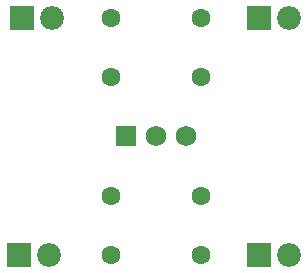
<source format=gts>
G04*
G04 #@! TF.GenerationSoftware,Altium Limited,Altium Designer,22.10.1 (41)*
G04*
G04 Layer_Color=8388736*
%FSLAX25Y25*%
%MOIN*%
G70*
G04*
G04 #@! TF.SameCoordinates,A0270BB2-01BD-44B2-A44C-0491C2069839*
G04*
G04*
G04 #@! TF.FilePolarity,Negative*
G04*
G01*
G75*
%ADD13R,0.06824X0.06824*%
%ADD14C,0.06824*%
%ADD15R,0.07946X0.07946*%
%ADD16C,0.07946*%
%ADD17C,0.06312*%
D13*
X49055Y55118D02*
D03*
D14*
X59055D02*
D03*
X69055D02*
D03*
D15*
X14685Y94488D02*
D03*
X93425D02*
D03*
Y15748D02*
D03*
X13622D02*
D03*
D16*
X24685Y94488D02*
D03*
X103425D02*
D03*
Y15748D02*
D03*
X23622D02*
D03*
D17*
X74055Y94488D02*
D03*
X44055D02*
D03*
Y74803D02*
D03*
X74055D02*
D03*
X44055Y35433D02*
D03*
X74055D02*
D03*
Y15748D02*
D03*
X44055D02*
D03*
M02*

</source>
